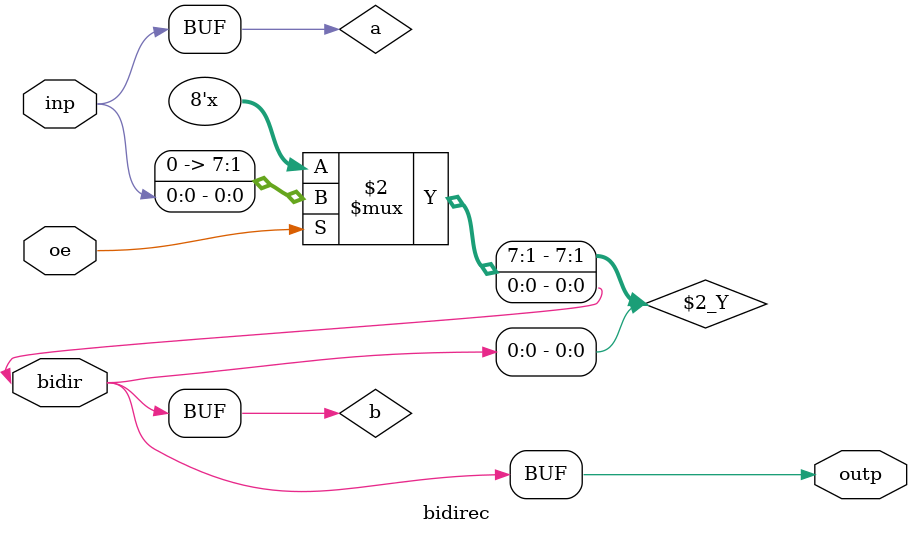
<source format=v>
module bidirec (oe, inp, outp, bidir);

// Port Declaration

input   oe;
//input   clk;
input    inp;
output   outp;
inout    bidir;

reg      a;
reg      b;

assign bidir = oe ? a : 8'bZ ;
assign outp  = b;

// Always Construct

always @ (*)
begin
    b = bidir;
    a = inp;
end

endmodule
</source>
